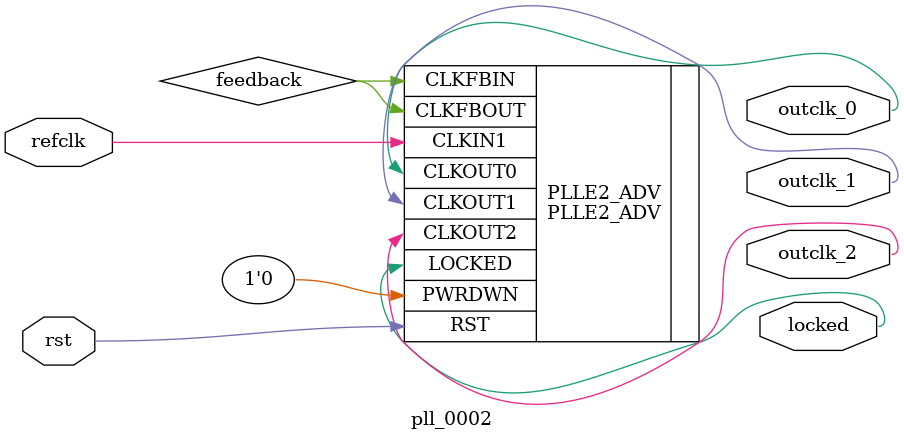
<source format=v>
`timescale 1ns/10ps
module  pll_0002(
	input  wire refclk,
	input  wire rst,
	output wire outclk_0,
	output wire outclk_1,
	output wire outclk_2,
	output wire locked
);

	wire feedback;
	
	PLLE2_ADV #(
		.CLKFBOUT_MULT(6'd24),
		.CLKIN1_PERIOD(20.0),
		.CLKOUT0_DIVIDE(7'd25), // 48 MHz = 50 MHz * 24 / 25
		.CLKOUT0_PHASE(1'd0),
		.CLKOUT1_DIVIDE(8'd200), // 6 MHz = 50 MHz * 24 / 200
		.CLKOUT1_PHASE(1'd0),
		.CLKOUT2_DIVIDE(8'd50), // 24 MHz = 50 MHz * 24 / 50
		.CLKOUT2_PHASE(1'd0),
		.DIVCLK_DIVIDE(1'd1),
		.REF_JITTER1(0.01),
		.STARTUP_WAIT("FALSE")
	) PLLE2_ADV (
		.CLKFBIN(feedback),
		.CLKIN1(refclk),
		.PWRDWN(1'b0),
		.RST(rst),
		.CLKFBOUT(feedback),
		.CLKOUT0(outclk_0),
		.CLKOUT1(outclk_1),
		.CLKOUT2(outclk_2),
		.LOCKED(locked)
);
	
endmodule


</source>
